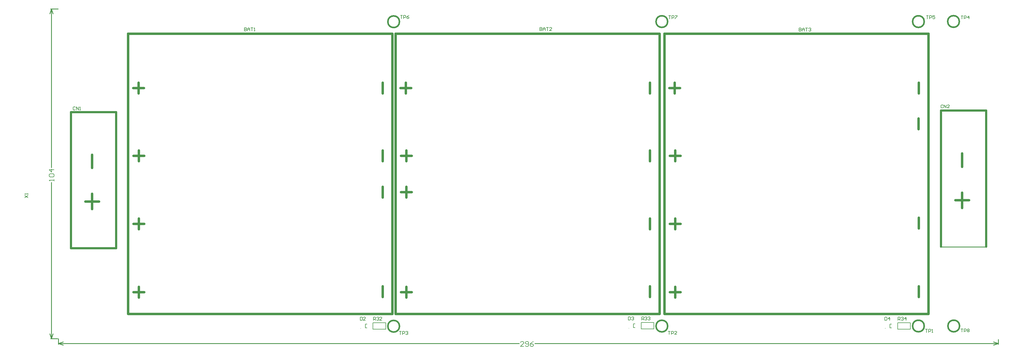
<source format=gto>
G04*
G04 #@! TF.GenerationSoftware,Altium Limited,Altium Designer,21.6.4 (81)*
G04*
G04 Layer_Color=65535*
%FSLAX43Y43*%
%MOMM*%
G71*
G04*
G04 #@! TF.SameCoordinates,3B1B0440-9CC4-4517-B04E-561091F89696*
G04*
G04*
G04 #@! TF.FilePolarity,Positive*
G04*
G01*
G75*
%ADD10C,0.150*%
%ADD11C,0.508*%
%ADD12C,0.254*%
%ADD13C,0.200*%
%ADD14C,0.762*%
%ADD15C,0.700*%
%ADD16C,0.152*%
D10*
X125859Y144563D02*
G03*
X125859Y144563I-50J0D01*
G01*
X291078Y144589D02*
G03*
X291078Y144589I-50J0D01*
G01*
X210288Y144640D02*
G03*
X210288Y144640I-50J0D01*
G01*
X129724Y146339D02*
X133724D01*
Y144339D02*
Y146339D01*
X129724Y144339D02*
X133724D01*
X129724D02*
Y146339D01*
X294951Y146313D02*
X298951D01*
Y144313D02*
Y146313D01*
X294951Y144313D02*
X298951D01*
X294951D02*
Y146313D01*
X214197Y146390D02*
X218197D01*
Y144390D02*
Y146390D01*
X214197Y144390D02*
X218197D01*
X214197D02*
Y146390D01*
D11*
X303304Y241148D02*
G03*
X303304Y241148I-1832J0D01*
G01*
X222507D02*
G03*
X222507Y241148I-1832J0D01*
G01*
X138052Y241097D02*
G03*
X138052Y241097I-1832J0D01*
G01*
X314429Y145313D02*
G03*
X314429Y145313I-1832J0D01*
G01*
X222507Y145288D02*
G03*
X222507Y145288I-1832J0D01*
G01*
X303304Y145313D02*
G03*
X303304Y145313I-1832J0D01*
G01*
X314353Y241173D02*
G03*
X314353Y241173I-1832J0D01*
G01*
X138052Y145237D02*
G03*
X138052Y145237I-1832J0D01*
G01*
D12*
X326593Y139573D02*
Y141097D01*
X30607Y139573D02*
Y141351D01*
X180631Y139827D02*
X326593D01*
X30607D02*
X175756D01*
X325069Y140335D02*
X326593Y139827D01*
X325069Y139319D02*
X326593Y139827D01*
X30607D02*
X32131Y139319D01*
X30607Y139827D02*
X32131Y140335D01*
X28143Y245135D02*
X30556D01*
X28143Y141351D02*
X30353D01*
X28397Y195148D02*
Y245135D01*
Y141351D02*
Y190526D01*
X27889Y243611D02*
X28397Y245135D01*
X28905Y243611D01*
X28397Y141351D02*
X28905Y142875D01*
X27889D02*
X28397Y141351D01*
X48717Y169799D02*
Y212598D01*
X34493Y169799D02*
Y212598D01*
X48717D01*
X34493Y169799D02*
X48717D01*
X308483Y170180D02*
X322707D01*
X308483Y212979D02*
X322707D01*
X308483Y170180D02*
Y212979D01*
X322707Y170180D02*
Y212979D01*
D13*
X127309Y145888D02*
X127809Y145888D01*
X127309Y144738D02*
X127809Y144738D01*
X127309Y144738D02*
Y145888D01*
X292528Y145914D02*
X293028Y145914D01*
X292528Y144764D02*
X293028Y144764D01*
X292528Y144764D02*
Y145914D01*
X211738Y145965D02*
X212238Y145965D01*
X211738Y144815D02*
X212238Y144815D01*
X211738Y144815D02*
Y145965D01*
X290906Y148116D02*
Y147117D01*
X291406D01*
X291573Y147283D01*
Y147950D01*
X291406Y148116D01*
X290906D01*
X292406Y147117D02*
Y148116D01*
X291906Y147617D01*
X292572D01*
X210109Y148167D02*
Y147168D01*
X210609D01*
X210775Y147334D01*
Y148001D01*
X210609Y148167D01*
X210109D01*
X211108Y148001D02*
X211275Y148167D01*
X211608D01*
X211775Y148001D01*
Y147834D01*
X211608Y147667D01*
X211442D01*
X211608D01*
X211775Y147501D01*
Y147334D01*
X211608Y147168D01*
X211275D01*
X211108Y147334D01*
X125679Y148091D02*
Y147091D01*
X126179D01*
X126346Y147258D01*
Y147924D01*
X126179Y148091D01*
X125679D01*
X127345Y147091D02*
X126679D01*
X127345Y147758D01*
Y147924D01*
X127179Y148091D01*
X126845D01*
X126679Y147924D01*
X295072Y147091D02*
Y148091D01*
X295572D01*
X295738Y147924D01*
Y147591D01*
X295572Y147425D01*
X295072D01*
X295405D02*
X295738Y147091D01*
X296071Y147924D02*
X296238Y148091D01*
X296571D01*
X296738Y147924D01*
Y147758D01*
X296571Y147591D01*
X296405D01*
X296571D01*
X296738Y147425D01*
Y147258D01*
X296571Y147091D01*
X296238D01*
X296071Y147258D01*
X297571Y147091D02*
Y148091D01*
X297071Y147591D01*
X297738D01*
X214325Y147168D02*
Y148167D01*
X214825D01*
X214992Y148001D01*
Y147667D01*
X214825Y147501D01*
X214325D01*
X214658D02*
X214992Y147168D01*
X215325Y148001D02*
X215491Y148167D01*
X215825D01*
X215991Y148001D01*
Y147834D01*
X215825Y147667D01*
X215658D01*
X215825D01*
X215991Y147501D01*
Y147334D01*
X215825Y147168D01*
X215491D01*
X215325Y147334D01*
X216325Y148001D02*
X216491Y148167D01*
X216824D01*
X216991Y148001D01*
Y147834D01*
X216824Y147667D01*
X216658D01*
X216824D01*
X216991Y147501D01*
Y147334D01*
X216824Y147168D01*
X216491D01*
X216325Y147334D01*
X129845Y147117D02*
Y148116D01*
X130345D01*
X130511Y147950D01*
Y147617D01*
X130345Y147450D01*
X129845D01*
X130178D02*
X130511Y147117D01*
X130844Y147950D02*
X131011Y148116D01*
X131344D01*
X131511Y147950D01*
Y147783D01*
X131344Y147617D01*
X131178D01*
X131344D01*
X131511Y147450D01*
Y147283D01*
X131344Y147117D01*
X131011D01*
X130844Y147283D01*
X132511Y147117D02*
X131844D01*
X132511Y147783D01*
Y147950D01*
X132344Y148116D01*
X132011D01*
X131844Y147950D01*
X263902Y239107D02*
Y238108D01*
X264402D01*
X264569Y238274D01*
Y238441D01*
X264402Y238608D01*
X263902D01*
X264402D01*
X264569Y238774D01*
Y238941D01*
X264402Y239107D01*
X263902D01*
X264902Y238108D02*
Y238774D01*
X265235Y239107D01*
X265568Y238774D01*
Y238108D01*
Y238608D01*
X264902D01*
X265901Y239107D02*
X266568D01*
X266235D01*
Y238108D01*
X266901Y238941D02*
X267068Y239107D01*
X267401D01*
X267568Y238941D01*
Y238774D01*
X267401Y238608D01*
X267234D01*
X267401D01*
X267568Y238441D01*
Y238274D01*
X267401Y238108D01*
X267068D01*
X266901Y238274D01*
X182292Y239285D02*
Y238286D01*
X182792D01*
X182958Y238452D01*
Y238619D01*
X182792Y238785D01*
X182292D01*
X182792D01*
X182958Y238952D01*
Y239119D01*
X182792Y239285D01*
X182292D01*
X183292Y238286D02*
Y238952D01*
X183625Y239285D01*
X183958Y238952D01*
Y238286D01*
Y238785D01*
X183292D01*
X184291Y239285D02*
X184958D01*
X184624D01*
Y238286D01*
X185957D02*
X185291D01*
X185957Y238952D01*
Y239119D01*
X185791Y239285D01*
X185458D01*
X185291Y239119D01*
X89240Y239234D02*
Y238235D01*
X89740D01*
X89907Y238401D01*
Y238568D01*
X89740Y238735D01*
X89240D01*
X89740D01*
X89907Y238901D01*
Y239068D01*
X89740Y239234D01*
X89240D01*
X90240Y238235D02*
Y238901D01*
X90573Y239234D01*
X90907Y238901D01*
Y238235D01*
Y238735D01*
X90240D01*
X91240Y239234D02*
X91906D01*
X91573D01*
Y238235D01*
X92240D02*
X92573D01*
X92406D01*
Y239234D01*
X92240Y239068D01*
X314846Y144416D02*
X315513D01*
X315180D01*
Y143417D01*
X315846D02*
Y144416D01*
X316346D01*
X316512Y144250D01*
Y143916D01*
X316346Y143750D01*
X315846D01*
X316846Y144250D02*
X317012Y144416D01*
X317345D01*
X317512Y144250D01*
Y144083D01*
X317345Y143916D01*
X317512Y143750D01*
Y143583D01*
X317345Y143417D01*
X317012D01*
X316846Y143583D01*
Y143750D01*
X317012Y143916D01*
X316846Y144083D01*
Y144250D01*
X317012Y143916D02*
X317345D01*
X303975Y243044D02*
X304642D01*
X304308D01*
Y242045D01*
X304975D02*
Y243044D01*
X305475D01*
X305641Y242878D01*
Y242545D01*
X305475Y242378D01*
X304975D01*
X306641Y243044D02*
X305974D01*
Y242545D01*
X306308Y242711D01*
X306474D01*
X306641Y242545D01*
Y242211D01*
X306474Y242045D01*
X306141D01*
X305974Y242211D01*
X20023Y185744D02*
X21023Y186411D01*
X20023D02*
X21023Y185744D01*
Y186744D02*
Y187077D01*
Y186910D01*
X20023D01*
X20190Y186744D01*
X222848Y243044D02*
X223514D01*
X223181D01*
Y242045D01*
X223847D02*
Y243044D01*
X224347D01*
X224514Y242878D01*
Y242545D01*
X224347Y242378D01*
X223847D01*
X224847Y243044D02*
X225513D01*
Y242878D01*
X224847Y242211D01*
Y242045D01*
X138367Y243070D02*
X139034D01*
X138700D01*
Y242070D01*
X139367D02*
Y243070D01*
X139867D01*
X140033Y242903D01*
Y242570D01*
X139867Y242403D01*
X139367D01*
X141033Y243070D02*
X140700Y242903D01*
X140366Y242570D01*
Y242237D01*
X140533Y242070D01*
X140866D01*
X141033Y242237D01*
Y242403D01*
X140866Y242570D01*
X140366D01*
X222670Y143654D02*
X223336D01*
X223003D01*
Y142655D01*
X223669D02*
Y143654D01*
X224169D01*
X224336Y143488D01*
Y143154D01*
X224169Y142988D01*
X223669D01*
X225335Y142655D02*
X224669D01*
X225335Y143321D01*
Y143488D01*
X225169Y143654D01*
X224836D01*
X224669Y143488D01*
X303710Y144289D02*
X304376D01*
X304043D01*
Y143290D01*
X304710D02*
Y144289D01*
X305209D01*
X305376Y144123D01*
Y143789D01*
X305209Y143623D01*
X304710D01*
X305709Y143290D02*
X306042D01*
X305876D01*
Y144289D01*
X305709Y144123D01*
X309226Y214777D02*
X309059Y214944D01*
X308726D01*
X308559Y214777D01*
Y214111D01*
X308726Y213944D01*
X309059D01*
X309226Y214111D01*
X309559Y213944D02*
Y214944D01*
X310225Y213944D01*
Y214944D01*
X311225Y213944D02*
X310559D01*
X311225Y214611D01*
Y214777D01*
X311058Y214944D01*
X310725D01*
X310559Y214777D01*
X35949Y214176D02*
X35783Y214342D01*
X35449D01*
X35283Y214176D01*
Y213509D01*
X35449Y213343D01*
X35783D01*
X35949Y213509D01*
X36282Y213343D02*
Y214342D01*
X36949Y213343D01*
Y214342D01*
X37282Y213343D02*
X37615D01*
X37449D01*
Y214342D01*
X37282Y214176D01*
X138012Y143603D02*
X138678D01*
X138345D01*
Y142604D01*
X139011D02*
Y143603D01*
X139511D01*
X139678Y143437D01*
Y143104D01*
X139511Y142937D01*
X139011D01*
X140011Y143437D02*
X140177Y143603D01*
X140511D01*
X140677Y143437D01*
Y143270D01*
X140511Y143104D01*
X140344D01*
X140511D01*
X140677Y142937D01*
Y142770D01*
X140511Y142604D01*
X140177D01*
X140011Y142770D01*
X314897Y242968D02*
X315564D01*
X315230D01*
Y241969D01*
X315897D02*
Y242968D01*
X316397D01*
X316563Y242802D01*
Y242468D01*
X316397Y242302D01*
X315897D01*
X317396Y241969D02*
Y242968D01*
X316896Y242468D01*
X317563D01*
D14*
X304622Y149098D02*
Y237363D01*
X221437Y149098D02*
Y237363D01*
X304622D01*
X221437Y149098D02*
X304622D01*
X219964D02*
Y237363D01*
X136779Y149098D02*
Y237363D01*
X219964D01*
X136779Y149098D02*
X219964D01*
X135763D02*
Y237363D01*
X52578Y149098D02*
Y237363D01*
X135763D01*
X52578Y149098D02*
X135763D01*
X41224Y195072D02*
Y199263D01*
X39065Y184531D02*
X43383D01*
X41224Y182118D02*
Y186944D01*
X315214Y182499D02*
Y187325D01*
X313055Y184912D02*
X317373D01*
X315214Y195453D02*
Y199644D01*
X301473Y207264D02*
Y210650D01*
X301574Y218567D02*
Y221953D01*
X301523Y176091D02*
Y179476D01*
X301574Y154432D02*
Y157818D01*
X224697Y218567D02*
Y221953D01*
X223005Y220260D02*
X226390D01*
X224824Y197231D02*
Y200617D01*
X223132Y198924D02*
X226517D01*
X224824Y175768D02*
Y179154D01*
X223132Y177461D02*
X226517D01*
X224824Y154305D02*
Y157691D01*
X223132Y155998D02*
X226517D01*
X216916Y218567D02*
Y221953D01*
Y197231D02*
Y200617D01*
Y175768D02*
Y179154D01*
Y154432D02*
Y157818D01*
X140039Y218567D02*
Y221953D01*
X138346Y220260D02*
X141732D01*
X140166Y197231D02*
Y200617D01*
X138473Y198924D02*
X141859D01*
X140166Y185768D02*
Y189154D01*
X138473Y187461D02*
X141859D01*
X140166Y154305D02*
Y157691D01*
X138473Y155998D02*
X141859D01*
X132715Y218567D02*
Y221953D01*
Y197231D02*
Y200617D01*
Y185768D02*
Y189154D01*
Y154432D02*
Y157818D01*
X55838Y218567D02*
Y221953D01*
X54145Y220260D02*
X57531D01*
X55965Y197231D02*
Y200617D01*
X54272Y198924D02*
X57658D01*
X55965Y175768D02*
Y179154D01*
X54272Y177461D02*
X57658D01*
X55965Y154305D02*
Y157691D01*
X54272Y155998D02*
X57658D01*
D15*
X322834Y170307D02*
Y213106D01*
X308610D02*
X322834D01*
X308610Y170307D02*
Y213106D01*
X34595Y169799D02*
Y212598D01*
X48819D01*
Y169799D02*
Y212598D01*
X34595Y169799D02*
X48819D01*
X221488Y149098D02*
X304673D01*
Y237363D01*
X221488D02*
X304673D01*
X221488Y149098D02*
Y237363D01*
X136779Y149098D02*
X219964D01*
Y237363D01*
X136779D02*
X219964D01*
X136779Y149098D02*
Y237363D01*
X52578Y149098D02*
Y237363D01*
X135763D01*
Y149098D02*
Y237363D01*
X52578Y149098D02*
X135763D01*
D16*
X177178Y138913D02*
X176162D01*
X177178Y139929D01*
Y140182D01*
X176924Y140436D01*
X176416D01*
X176162Y140182D01*
X177686Y139167D02*
X177940Y138913D01*
X178448D01*
X178702Y139167D01*
Y140182D01*
X178448Y140436D01*
X177940D01*
X177686Y140182D01*
Y139929D01*
X177940Y139675D01*
X178702D01*
X180225Y140436D02*
X179717Y140182D01*
X179209Y139675D01*
Y139167D01*
X179463Y138913D01*
X179971D01*
X180225Y139167D01*
Y139421D01*
X179971Y139675D01*
X179209D01*
X29311Y190932D02*
Y191440D01*
Y191186D01*
X27788D01*
X28042Y190932D01*
Y192202D02*
X27788Y192456D01*
Y192964D01*
X28042Y193218D01*
X29057D01*
X29311Y192964D01*
Y192456D01*
X29057Y192202D01*
X28042D01*
X29311Y194487D02*
X27788D01*
X28550Y193726D01*
Y194741D01*
M02*

</source>
